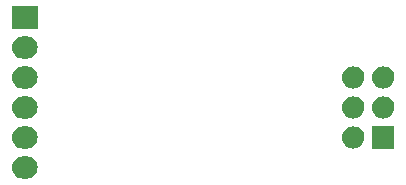
<source format=gbs>
%TF.GenerationSoftware,KiCad,Pcbnew,4.0.5-e0-6337~49~ubuntu16.04.1*%
%TF.CreationDate,2017-01-09T19:52:44-08:00*%
%TF.ProjectId,avr-programmer,6176722D70726F6772616D6D65722E6B,v1.0*%
%TF.FileFunction,Soldermask,Bot*%
%FSLAX46Y46*%
G04 Gerber Fmt 4.6, Leading zero omitted, Abs format (unit mm)*
G04 Created by KiCad (PCBNEW 4.0.5-e0-6337~49~ubuntu16.04.1) date Mon Jan  9 19:52:44 2017*
%MOMM*%
%LPD*%
G01*
G04 APERTURE LIST*
%ADD10C,0.350000*%
G04 APERTURE END LIST*
D10*
G36*
X103165749Y-89230277D02*
X103165754Y-89230278D01*
X103167807Y-89230292D01*
X103350080Y-89250737D01*
X103524912Y-89306197D01*
X103685641Y-89394558D01*
X103826146Y-89512456D01*
X103941076Y-89655400D01*
X104026052Y-89817945D01*
X104077839Y-89993899D01*
X104077843Y-89993940D01*
X104077844Y-89993944D01*
X104094463Y-90176558D01*
X104076648Y-90346056D01*
X104075290Y-90358973D01*
X104021052Y-90534187D01*
X103933815Y-90695529D01*
X103816900Y-90836855D01*
X103674762Y-90952779D01*
X103512815Y-91038888D01*
X103337226Y-91091902D01*
X103154685Y-91109800D01*
X102839283Y-91109800D01*
X102828251Y-91109723D01*
X102828246Y-91109722D01*
X102826193Y-91109708D01*
X102643920Y-91089263D01*
X102469088Y-91033803D01*
X102308359Y-90945442D01*
X102167854Y-90827544D01*
X102052924Y-90684600D01*
X101967948Y-90522055D01*
X101916161Y-90346101D01*
X101916157Y-90346060D01*
X101916156Y-90346056D01*
X101899537Y-90163442D01*
X101918705Y-89981074D01*
X101918710Y-89981027D01*
X101972948Y-89805813D01*
X102060185Y-89644471D01*
X102177100Y-89503145D01*
X102319238Y-89387221D01*
X102481185Y-89301112D01*
X102656774Y-89248098D01*
X102839315Y-89230200D01*
X103154717Y-89230200D01*
X103165749Y-89230277D01*
X103165749Y-89230277D01*
G37*
G36*
X134289800Y-88569800D02*
X132410200Y-88569800D01*
X132410200Y-86690200D01*
X134289800Y-86690200D01*
X134289800Y-88569800D01*
X134289800Y-88569800D01*
G37*
G36*
X130825612Y-86690277D02*
X130825617Y-86690278D01*
X130827669Y-86690292D01*
X131009942Y-86710737D01*
X131184774Y-86766197D01*
X131345503Y-86854558D01*
X131486008Y-86972456D01*
X131600938Y-87115400D01*
X131685914Y-87277945D01*
X131737701Y-87453899D01*
X131737704Y-87453935D01*
X131737707Y-87453944D01*
X131754326Y-87636558D01*
X131735158Y-87818926D01*
X131735156Y-87818931D01*
X131735152Y-87818973D01*
X131680914Y-87994187D01*
X131593677Y-88155529D01*
X131476762Y-88296855D01*
X131334624Y-88412779D01*
X131172677Y-88498888D01*
X130997088Y-88551902D01*
X130814547Y-88569800D01*
X130805420Y-88569800D01*
X130794388Y-88569723D01*
X130794383Y-88569722D01*
X130792331Y-88569708D01*
X130610058Y-88549263D01*
X130435226Y-88493803D01*
X130274497Y-88405442D01*
X130133992Y-88287544D01*
X130019062Y-88144600D01*
X129934086Y-87982055D01*
X129882299Y-87806101D01*
X129882296Y-87806065D01*
X129882293Y-87806056D01*
X129865674Y-87623442D01*
X129884842Y-87441074D01*
X129884844Y-87441069D01*
X129884848Y-87441027D01*
X129939086Y-87265813D01*
X130026323Y-87104471D01*
X130143238Y-86963145D01*
X130285376Y-86847221D01*
X130447323Y-86761112D01*
X130622912Y-86708098D01*
X130805453Y-86690200D01*
X130814580Y-86690200D01*
X130825612Y-86690277D01*
X130825612Y-86690277D01*
G37*
G36*
X103165749Y-86690277D02*
X103165754Y-86690278D01*
X103167807Y-86690292D01*
X103350080Y-86710737D01*
X103524912Y-86766197D01*
X103685641Y-86854558D01*
X103826146Y-86972456D01*
X103941076Y-87115400D01*
X104026052Y-87277945D01*
X104077839Y-87453899D01*
X104077843Y-87453940D01*
X104077844Y-87453944D01*
X104094463Y-87636558D01*
X104076648Y-87806056D01*
X104075290Y-87818973D01*
X104021052Y-87994187D01*
X103933815Y-88155529D01*
X103816900Y-88296855D01*
X103674762Y-88412779D01*
X103512815Y-88498888D01*
X103337226Y-88551902D01*
X103154685Y-88569800D01*
X102839283Y-88569800D01*
X102828251Y-88569723D01*
X102828246Y-88569722D01*
X102826193Y-88569708D01*
X102643920Y-88549263D01*
X102469088Y-88493803D01*
X102308359Y-88405442D01*
X102167854Y-88287544D01*
X102052924Y-88144600D01*
X101967948Y-87982055D01*
X101916161Y-87806101D01*
X101916157Y-87806060D01*
X101916156Y-87806056D01*
X101899537Y-87623442D01*
X101918705Y-87441074D01*
X101918710Y-87441027D01*
X101972948Y-87265813D01*
X102060185Y-87104471D01*
X102177100Y-86963145D01*
X102319238Y-86847221D01*
X102481185Y-86761112D01*
X102656774Y-86708098D01*
X102839315Y-86690200D01*
X103154717Y-86690200D01*
X103165749Y-86690277D01*
X103165749Y-86690277D01*
G37*
G36*
X133365612Y-84150277D02*
X133365617Y-84150278D01*
X133367669Y-84150292D01*
X133549942Y-84170737D01*
X133724774Y-84226197D01*
X133885503Y-84314558D01*
X134026008Y-84432456D01*
X134140938Y-84575400D01*
X134225914Y-84737945D01*
X134277701Y-84913899D01*
X134277704Y-84913935D01*
X134277707Y-84913944D01*
X134294326Y-85096558D01*
X134275158Y-85278926D01*
X134275156Y-85278931D01*
X134275152Y-85278973D01*
X134220914Y-85454187D01*
X134133677Y-85615529D01*
X134016762Y-85756855D01*
X133874624Y-85872779D01*
X133712677Y-85958888D01*
X133537088Y-86011902D01*
X133354547Y-86029800D01*
X133345420Y-86029800D01*
X133334388Y-86029723D01*
X133334383Y-86029722D01*
X133332331Y-86029708D01*
X133150058Y-86009263D01*
X132975226Y-85953803D01*
X132814497Y-85865442D01*
X132673992Y-85747544D01*
X132559062Y-85604600D01*
X132474086Y-85442055D01*
X132422299Y-85266101D01*
X132422296Y-85266065D01*
X132422293Y-85266056D01*
X132405674Y-85083442D01*
X132424842Y-84901074D01*
X132424844Y-84901069D01*
X132424848Y-84901027D01*
X132479086Y-84725813D01*
X132566323Y-84564471D01*
X132683238Y-84423145D01*
X132825376Y-84307221D01*
X132987323Y-84221112D01*
X133162912Y-84168098D01*
X133345453Y-84150200D01*
X133354580Y-84150200D01*
X133365612Y-84150277D01*
X133365612Y-84150277D01*
G37*
G36*
X130825612Y-84150277D02*
X130825617Y-84150278D01*
X130827669Y-84150292D01*
X131009942Y-84170737D01*
X131184774Y-84226197D01*
X131345503Y-84314558D01*
X131486008Y-84432456D01*
X131600938Y-84575400D01*
X131685914Y-84737945D01*
X131737701Y-84913899D01*
X131737704Y-84913935D01*
X131737707Y-84913944D01*
X131754326Y-85096558D01*
X131735158Y-85278926D01*
X131735156Y-85278931D01*
X131735152Y-85278973D01*
X131680914Y-85454187D01*
X131593677Y-85615529D01*
X131476762Y-85756855D01*
X131334624Y-85872779D01*
X131172677Y-85958888D01*
X130997088Y-86011902D01*
X130814547Y-86029800D01*
X130805420Y-86029800D01*
X130794388Y-86029723D01*
X130794383Y-86029722D01*
X130792331Y-86029708D01*
X130610058Y-86009263D01*
X130435226Y-85953803D01*
X130274497Y-85865442D01*
X130133992Y-85747544D01*
X130019062Y-85604600D01*
X129934086Y-85442055D01*
X129882299Y-85266101D01*
X129882296Y-85266065D01*
X129882293Y-85266056D01*
X129865674Y-85083442D01*
X129884842Y-84901074D01*
X129884844Y-84901069D01*
X129884848Y-84901027D01*
X129939086Y-84725813D01*
X130026323Y-84564471D01*
X130143238Y-84423145D01*
X130285376Y-84307221D01*
X130447323Y-84221112D01*
X130622912Y-84168098D01*
X130805453Y-84150200D01*
X130814580Y-84150200D01*
X130825612Y-84150277D01*
X130825612Y-84150277D01*
G37*
G36*
X103165749Y-84150277D02*
X103165754Y-84150278D01*
X103167807Y-84150292D01*
X103350080Y-84170737D01*
X103524912Y-84226197D01*
X103685641Y-84314558D01*
X103826146Y-84432456D01*
X103941076Y-84575400D01*
X104026052Y-84737945D01*
X104077839Y-84913899D01*
X104077843Y-84913940D01*
X104077844Y-84913944D01*
X104094463Y-85096558D01*
X104076648Y-85266056D01*
X104075290Y-85278973D01*
X104021052Y-85454187D01*
X103933815Y-85615529D01*
X103816900Y-85756855D01*
X103674762Y-85872779D01*
X103512815Y-85958888D01*
X103337226Y-86011902D01*
X103154685Y-86029800D01*
X102839283Y-86029800D01*
X102828251Y-86029723D01*
X102828246Y-86029722D01*
X102826193Y-86029708D01*
X102643920Y-86009263D01*
X102469088Y-85953803D01*
X102308359Y-85865442D01*
X102167854Y-85747544D01*
X102052924Y-85604600D01*
X101967948Y-85442055D01*
X101916161Y-85266101D01*
X101916157Y-85266060D01*
X101916156Y-85266056D01*
X101899537Y-85083442D01*
X101918705Y-84901074D01*
X101918710Y-84901027D01*
X101972948Y-84725813D01*
X102060185Y-84564471D01*
X102177100Y-84423145D01*
X102319238Y-84307221D01*
X102481185Y-84221112D01*
X102656774Y-84168098D01*
X102839315Y-84150200D01*
X103154717Y-84150200D01*
X103165749Y-84150277D01*
X103165749Y-84150277D01*
G37*
G36*
X130825612Y-81610277D02*
X130825617Y-81610278D01*
X130827669Y-81610292D01*
X131009942Y-81630737D01*
X131184774Y-81686197D01*
X131345503Y-81774558D01*
X131486008Y-81892456D01*
X131600938Y-82035400D01*
X131685914Y-82197945D01*
X131737701Y-82373899D01*
X131737704Y-82373935D01*
X131737707Y-82373944D01*
X131754326Y-82556558D01*
X131735158Y-82738926D01*
X131735156Y-82738931D01*
X131735152Y-82738973D01*
X131680914Y-82914187D01*
X131593677Y-83075529D01*
X131476762Y-83216855D01*
X131334624Y-83332779D01*
X131172677Y-83418888D01*
X130997088Y-83471902D01*
X130814547Y-83489800D01*
X130805420Y-83489800D01*
X130794388Y-83489723D01*
X130794383Y-83489722D01*
X130792331Y-83489708D01*
X130610058Y-83469263D01*
X130435226Y-83413803D01*
X130274497Y-83325442D01*
X130133992Y-83207544D01*
X130019062Y-83064600D01*
X129934086Y-82902055D01*
X129882299Y-82726101D01*
X129882296Y-82726065D01*
X129882293Y-82726056D01*
X129865674Y-82543442D01*
X129884842Y-82361074D01*
X129884844Y-82361069D01*
X129884848Y-82361027D01*
X129939086Y-82185813D01*
X130026323Y-82024471D01*
X130143238Y-81883145D01*
X130285376Y-81767221D01*
X130447323Y-81681112D01*
X130622912Y-81628098D01*
X130805453Y-81610200D01*
X130814580Y-81610200D01*
X130825612Y-81610277D01*
X130825612Y-81610277D01*
G37*
G36*
X133365612Y-81610277D02*
X133365617Y-81610278D01*
X133367669Y-81610292D01*
X133549942Y-81630737D01*
X133724774Y-81686197D01*
X133885503Y-81774558D01*
X134026008Y-81892456D01*
X134140938Y-82035400D01*
X134225914Y-82197945D01*
X134277701Y-82373899D01*
X134277704Y-82373935D01*
X134277707Y-82373944D01*
X134294326Y-82556558D01*
X134275158Y-82738926D01*
X134275156Y-82738931D01*
X134275152Y-82738973D01*
X134220914Y-82914187D01*
X134133677Y-83075529D01*
X134016762Y-83216855D01*
X133874624Y-83332779D01*
X133712677Y-83418888D01*
X133537088Y-83471902D01*
X133354547Y-83489800D01*
X133345420Y-83489800D01*
X133334388Y-83489723D01*
X133334383Y-83489722D01*
X133332331Y-83489708D01*
X133150058Y-83469263D01*
X132975226Y-83413803D01*
X132814497Y-83325442D01*
X132673992Y-83207544D01*
X132559062Y-83064600D01*
X132474086Y-82902055D01*
X132422299Y-82726101D01*
X132422296Y-82726065D01*
X132422293Y-82726056D01*
X132405674Y-82543442D01*
X132424842Y-82361074D01*
X132424844Y-82361069D01*
X132424848Y-82361027D01*
X132479086Y-82185813D01*
X132566323Y-82024471D01*
X132683238Y-81883145D01*
X132825376Y-81767221D01*
X132987323Y-81681112D01*
X133162912Y-81628098D01*
X133345453Y-81610200D01*
X133354580Y-81610200D01*
X133365612Y-81610277D01*
X133365612Y-81610277D01*
G37*
G36*
X103165749Y-81610277D02*
X103165754Y-81610278D01*
X103167807Y-81610292D01*
X103350080Y-81630737D01*
X103524912Y-81686197D01*
X103685641Y-81774558D01*
X103826146Y-81892456D01*
X103941076Y-82035400D01*
X104026052Y-82197945D01*
X104077839Y-82373899D01*
X104077843Y-82373940D01*
X104077844Y-82373944D01*
X104094463Y-82556558D01*
X104076648Y-82726056D01*
X104075290Y-82738973D01*
X104021052Y-82914187D01*
X103933815Y-83075529D01*
X103816900Y-83216855D01*
X103674762Y-83332779D01*
X103512815Y-83418888D01*
X103337226Y-83471902D01*
X103154685Y-83489800D01*
X102839283Y-83489800D01*
X102828251Y-83489723D01*
X102828246Y-83489722D01*
X102826193Y-83489708D01*
X102643920Y-83469263D01*
X102469088Y-83413803D01*
X102308359Y-83325442D01*
X102167854Y-83207544D01*
X102052924Y-83064600D01*
X101967948Y-82902055D01*
X101916161Y-82726101D01*
X101916157Y-82726060D01*
X101916156Y-82726056D01*
X101899537Y-82543442D01*
X101918705Y-82361074D01*
X101918710Y-82361027D01*
X101972948Y-82185813D01*
X102060185Y-82024471D01*
X102177100Y-81883145D01*
X102319238Y-81767221D01*
X102481185Y-81681112D01*
X102656774Y-81628098D01*
X102839315Y-81610200D01*
X103154717Y-81610200D01*
X103165749Y-81610277D01*
X103165749Y-81610277D01*
G37*
G36*
X103165749Y-79070277D02*
X103165754Y-79070278D01*
X103167807Y-79070292D01*
X103350080Y-79090737D01*
X103524912Y-79146197D01*
X103685641Y-79234558D01*
X103826146Y-79352456D01*
X103941076Y-79495400D01*
X104026052Y-79657945D01*
X104077839Y-79833899D01*
X104077843Y-79833940D01*
X104077844Y-79833944D01*
X104094463Y-80016558D01*
X104076648Y-80186056D01*
X104075290Y-80198973D01*
X104021052Y-80374187D01*
X103933815Y-80535529D01*
X103816900Y-80676855D01*
X103674762Y-80792779D01*
X103512815Y-80878888D01*
X103337226Y-80931902D01*
X103154685Y-80949800D01*
X102839283Y-80949800D01*
X102828251Y-80949723D01*
X102828246Y-80949722D01*
X102826193Y-80949708D01*
X102643920Y-80929263D01*
X102469088Y-80873803D01*
X102308359Y-80785442D01*
X102167854Y-80667544D01*
X102052924Y-80524600D01*
X101967948Y-80362055D01*
X101916161Y-80186101D01*
X101916157Y-80186060D01*
X101916156Y-80186056D01*
X101899537Y-80003442D01*
X101918705Y-79821074D01*
X101918710Y-79821027D01*
X101972948Y-79645813D01*
X102060185Y-79484471D01*
X102177100Y-79343145D01*
X102319238Y-79227221D01*
X102481185Y-79141112D01*
X102656774Y-79088098D01*
X102839315Y-79070200D01*
X103154717Y-79070200D01*
X103165749Y-79070277D01*
X103165749Y-79070277D01*
G37*
G36*
X104089200Y-78409800D02*
X101904800Y-78409800D01*
X101904800Y-76530200D01*
X104089200Y-76530200D01*
X104089200Y-78409800D01*
X104089200Y-78409800D01*
G37*
M02*

</source>
